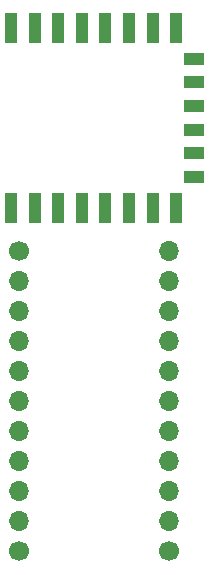
<source format=gbr>
%TF.GenerationSoftware,KiCad,Pcbnew,(6.0.5-0)*%
%TF.CreationDate,2022-07-24T01:31:31-06:00*%
%TF.ProjectId,esp-12-smd-to-dip,6573702d-3132-42d7-936d-642d746f2d64,rev?*%
%TF.SameCoordinates,Original*%
%TF.FileFunction,Soldermask,Top*%
%TF.FilePolarity,Negative*%
%FSLAX46Y46*%
G04 Gerber Fmt 4.6, Leading zero omitted, Abs format (unit mm)*
G04 Created by KiCad (PCBNEW (6.0.5-0)) date 2022-07-24 01:31:31*
%MOMM*%
%LPD*%
G01*
G04 APERTURE LIST*
%ADD10R,1.000000X2.500000*%
%ADD11R,1.800000X1.000000*%
%ADD12C,1.700000*%
%ADD13O,1.700000X1.700000*%
G04 APERTURE END LIST*
D10*
%TO.C,U1*%
X121272000Y-62337000D03*
X123272000Y-62337000D03*
X125272000Y-62337000D03*
X127272000Y-62337000D03*
X129272000Y-62337000D03*
X131272000Y-62337000D03*
X133272000Y-62337000D03*
X135272000Y-62337000D03*
D11*
X136772000Y-59737000D03*
X136772000Y-57737000D03*
X136772000Y-55737000D03*
X136772000Y-53737000D03*
X136772000Y-51737000D03*
X136772000Y-49737000D03*
D10*
X135272000Y-47137000D03*
X133272000Y-47137000D03*
X131272000Y-47137000D03*
X129272000Y-47137000D03*
X127272000Y-47137000D03*
X125272000Y-47137000D03*
X123272000Y-47137000D03*
X121272000Y-47137000D03*
%TD*%
D12*
%TO.C,J1*%
X121920000Y-66040000D03*
D13*
X121920000Y-68580000D03*
X121920000Y-71120000D03*
X121920000Y-73660000D03*
X121920000Y-76200000D03*
X121920000Y-78740000D03*
X121920000Y-81280000D03*
X121920000Y-83820000D03*
X121920000Y-86360000D03*
X121920000Y-88900000D03*
D12*
X121920000Y-91440000D03*
%TD*%
%TO.C,J2*%
X134620000Y-91440000D03*
D13*
X134620000Y-88900000D03*
X134620000Y-86360000D03*
X134620000Y-83820000D03*
X134620000Y-81280000D03*
X134620000Y-78740000D03*
X134620000Y-76200000D03*
X134620000Y-73660000D03*
X134620000Y-71120000D03*
X134620000Y-68580000D03*
X134620000Y-66040000D03*
%TD*%
M02*

</source>
